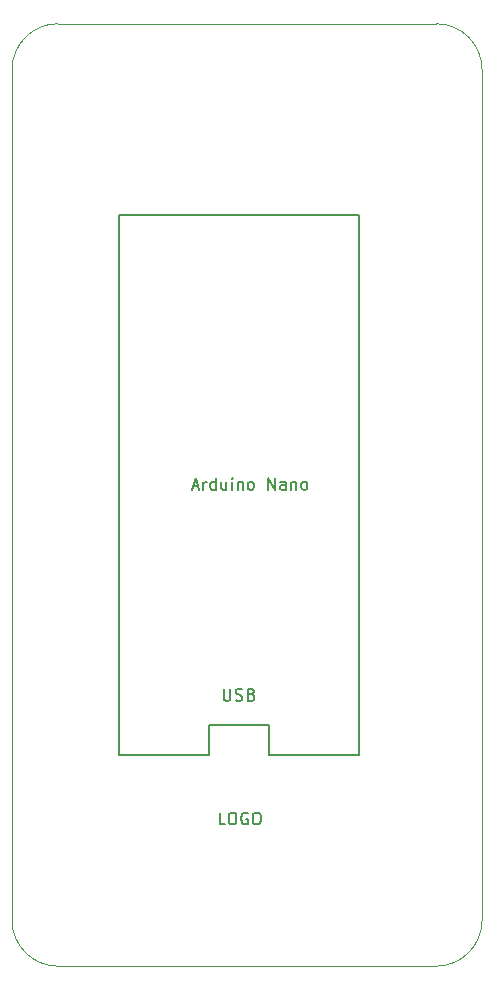
<source format=gbr>
%TF.GenerationSoftware,KiCad,Pcbnew,4.0.5-e0-6337~49~ubuntu16.04.1*%
%TF.CreationDate,2017-02-03T12:40:07-08:00*%
%TF.ProjectId,5x10-Arduino-Nano-Breakout,357831302D41726475696E6F2D4E616E,1.0*%
%TF.FileFunction,Other,Fab,Top*%
%FSLAX46Y46*%
G04 Gerber Fmt 4.6, Leading zero omitted, Abs format (unit mm)*
G04 Created by KiCad (PCBNEW 4.0.5-e0-6337~49~ubuntu16.04.1) date Fri Feb  3 12:40:07 2017*
%MOMM*%
%LPD*%
G01*
G04 APERTURE LIST*
%ADD10C,0.350000*%
%ADD11C,0.152400*%
%ADD12C,0.040640*%
%ADD13C,0.150000*%
G04 APERTURE END LIST*
D10*
D11*
X119380000Y-124460000D02*
X127000000Y-124460000D01*
X119380000Y-121920000D02*
X119380000Y-124460000D01*
X114300000Y-121920000D02*
X119380000Y-121920000D01*
X114300000Y-124460000D02*
X114300000Y-121920000D01*
X109220000Y-124460000D02*
X114300000Y-124460000D01*
X115557905Y-118823619D02*
X115557905Y-119646095D01*
X115606286Y-119742857D01*
X115654667Y-119791238D01*
X115751429Y-119839619D01*
X115944952Y-119839619D01*
X116041714Y-119791238D01*
X116090095Y-119742857D01*
X116138476Y-119646095D01*
X116138476Y-118823619D01*
X116573905Y-119791238D02*
X116719048Y-119839619D01*
X116960952Y-119839619D01*
X117057714Y-119791238D01*
X117106095Y-119742857D01*
X117154476Y-119646095D01*
X117154476Y-119549333D01*
X117106095Y-119452571D01*
X117057714Y-119404190D01*
X116960952Y-119355810D01*
X116767429Y-119307429D01*
X116670667Y-119259048D01*
X116622286Y-119210667D01*
X116573905Y-119113905D01*
X116573905Y-119017143D01*
X116622286Y-118920381D01*
X116670667Y-118872000D01*
X116767429Y-118823619D01*
X117009333Y-118823619D01*
X117154476Y-118872000D01*
X117928571Y-119307429D02*
X118073714Y-119355810D01*
X118122095Y-119404190D01*
X118170476Y-119500952D01*
X118170476Y-119646095D01*
X118122095Y-119742857D01*
X118073714Y-119791238D01*
X117976952Y-119839619D01*
X117589905Y-119839619D01*
X117589905Y-118823619D01*
X117928571Y-118823619D01*
X118025333Y-118872000D01*
X118073714Y-118920381D01*
X118122095Y-119017143D01*
X118122095Y-119113905D01*
X118073714Y-119210667D01*
X118025333Y-119259048D01*
X117928571Y-119307429D01*
X117589905Y-119307429D01*
X106680000Y-78740000D02*
X109220000Y-78740000D01*
X106680000Y-124460000D02*
X106680000Y-78740000D01*
X109220000Y-124460000D02*
X106680000Y-124460000D01*
X127000000Y-78740000D02*
X127000000Y-124460000D01*
X109220000Y-78740000D02*
X127000000Y-78740000D01*
D12*
X101550000Y-142310000D02*
X133550000Y-142310000D01*
X133550000Y-62510000D02*
X101550000Y-62510000D01*
X97650000Y-66410000D02*
X97650000Y-138410000D01*
X97650006Y-138416807D02*
G75*
G03X101550000Y-142310000I3899994J6807D01*
G01*
X101550000Y-62510000D02*
G75*
G03X97650000Y-66410000I0J-3900000D01*
G01*
X137450000Y-138410000D02*
X137450000Y-66410000D01*
X137449994Y-66403193D02*
G75*
G03X133550000Y-62510000I-3899994J-6807D01*
G01*
X133550000Y-142310000D02*
G75*
G03X137450000Y-138410000I0J3900000D01*
G01*
D13*
X112948857Y-101677967D02*
X113425048Y-101677967D01*
X112853619Y-101963681D02*
X113186952Y-100963681D01*
X113520286Y-101963681D01*
X113853619Y-101963681D02*
X113853619Y-101297014D01*
X113853619Y-101487490D02*
X113901238Y-101392252D01*
X113948857Y-101344633D01*
X114044095Y-101297014D01*
X114139334Y-101297014D01*
X114901239Y-101963681D02*
X114901239Y-100963681D01*
X114901239Y-101916062D02*
X114806001Y-101963681D01*
X114615524Y-101963681D01*
X114520286Y-101916062D01*
X114472667Y-101868443D01*
X114425048Y-101773205D01*
X114425048Y-101487490D01*
X114472667Y-101392252D01*
X114520286Y-101344633D01*
X114615524Y-101297014D01*
X114806001Y-101297014D01*
X114901239Y-101344633D01*
X115806001Y-101297014D02*
X115806001Y-101963681D01*
X115377429Y-101297014D02*
X115377429Y-101820824D01*
X115425048Y-101916062D01*
X115520286Y-101963681D01*
X115663144Y-101963681D01*
X115758382Y-101916062D01*
X115806001Y-101868443D01*
X116282191Y-101963681D02*
X116282191Y-101297014D01*
X116282191Y-100963681D02*
X116234572Y-101011300D01*
X116282191Y-101058919D01*
X116329810Y-101011300D01*
X116282191Y-100963681D01*
X116282191Y-101058919D01*
X116758381Y-101297014D02*
X116758381Y-101963681D01*
X116758381Y-101392252D02*
X116806000Y-101344633D01*
X116901238Y-101297014D01*
X117044096Y-101297014D01*
X117139334Y-101344633D01*
X117186953Y-101439871D01*
X117186953Y-101963681D01*
X117806000Y-101963681D02*
X117710762Y-101916062D01*
X117663143Y-101868443D01*
X117615524Y-101773205D01*
X117615524Y-101487490D01*
X117663143Y-101392252D01*
X117710762Y-101344633D01*
X117806000Y-101297014D01*
X117948858Y-101297014D01*
X118044096Y-101344633D01*
X118091715Y-101392252D01*
X118139334Y-101487490D01*
X118139334Y-101773205D01*
X118091715Y-101868443D01*
X118044096Y-101916062D01*
X117948858Y-101963681D01*
X117806000Y-101963681D01*
X119329810Y-101963681D02*
X119329810Y-100963681D01*
X119901239Y-101963681D01*
X119901239Y-100963681D01*
X120806001Y-101963681D02*
X120806001Y-101439871D01*
X120758382Y-101344633D01*
X120663144Y-101297014D01*
X120472667Y-101297014D01*
X120377429Y-101344633D01*
X120806001Y-101916062D02*
X120710763Y-101963681D01*
X120472667Y-101963681D01*
X120377429Y-101916062D01*
X120329810Y-101820824D01*
X120329810Y-101725586D01*
X120377429Y-101630348D01*
X120472667Y-101582729D01*
X120710763Y-101582729D01*
X120806001Y-101535110D01*
X121282191Y-101297014D02*
X121282191Y-101963681D01*
X121282191Y-101392252D02*
X121329810Y-101344633D01*
X121425048Y-101297014D01*
X121567906Y-101297014D01*
X121663144Y-101344633D01*
X121710763Y-101439871D01*
X121710763Y-101963681D01*
X122329810Y-101963681D02*
X122234572Y-101916062D01*
X122186953Y-101868443D01*
X122139334Y-101773205D01*
X122139334Y-101487490D01*
X122186953Y-101392252D01*
X122234572Y-101344633D01*
X122329810Y-101297014D01*
X122472668Y-101297014D01*
X122567906Y-101344633D01*
X122615525Y-101392252D01*
X122663144Y-101487490D01*
X122663144Y-101773205D01*
X122615525Y-101868443D01*
X122567906Y-101916062D01*
X122472668Y-101963681D01*
X122329810Y-101963681D01*
X115703505Y-130299721D02*
X115227314Y-130299721D01*
X115227314Y-129299721D01*
X116227314Y-129299721D02*
X116417791Y-129299721D01*
X116513029Y-129347340D01*
X116608267Y-129442578D01*
X116655886Y-129633054D01*
X116655886Y-129966388D01*
X116608267Y-130156864D01*
X116513029Y-130252102D01*
X116417791Y-130299721D01*
X116227314Y-130299721D01*
X116132076Y-130252102D01*
X116036838Y-130156864D01*
X115989219Y-129966388D01*
X115989219Y-129633054D01*
X116036838Y-129442578D01*
X116132076Y-129347340D01*
X116227314Y-129299721D01*
X117608267Y-129347340D02*
X117513029Y-129299721D01*
X117370172Y-129299721D01*
X117227314Y-129347340D01*
X117132076Y-129442578D01*
X117084457Y-129537816D01*
X117036838Y-129728292D01*
X117036838Y-129871150D01*
X117084457Y-130061626D01*
X117132076Y-130156864D01*
X117227314Y-130252102D01*
X117370172Y-130299721D01*
X117465410Y-130299721D01*
X117608267Y-130252102D01*
X117655886Y-130204483D01*
X117655886Y-129871150D01*
X117465410Y-129871150D01*
X118274933Y-129299721D02*
X118465410Y-129299721D01*
X118560648Y-129347340D01*
X118655886Y-129442578D01*
X118703505Y-129633054D01*
X118703505Y-129966388D01*
X118655886Y-130156864D01*
X118560648Y-130252102D01*
X118465410Y-130299721D01*
X118274933Y-130299721D01*
X118179695Y-130252102D01*
X118084457Y-130156864D01*
X118036838Y-129966388D01*
X118036838Y-129633054D01*
X118084457Y-129442578D01*
X118179695Y-129347340D01*
X118274933Y-129299721D01*
M02*

</source>
